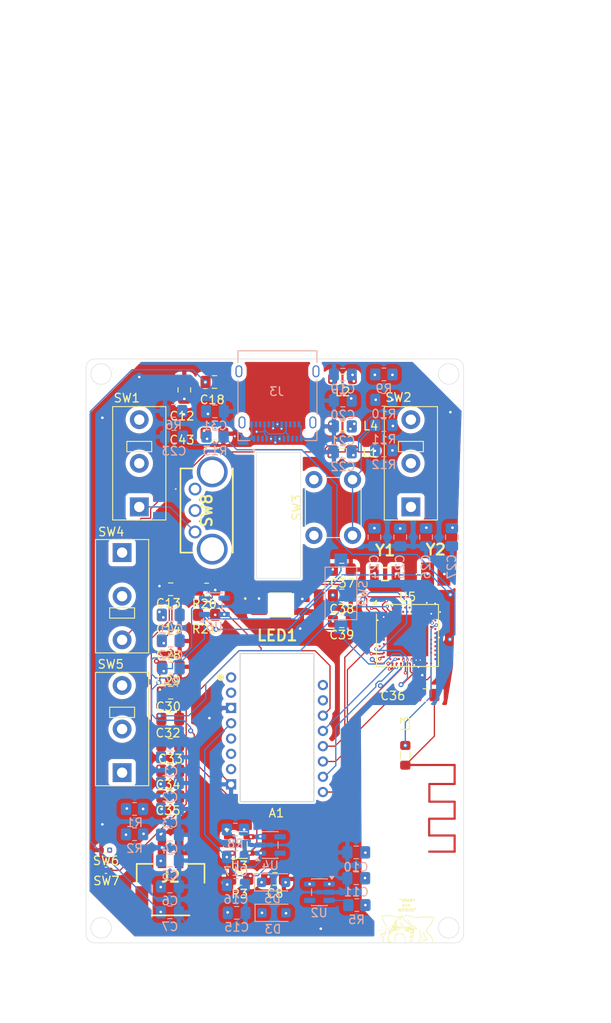
<source format=kicad_pcb>
(kicad_pcb (version 20241229) (generator "pcbnew") (generator_version "9.0")
  (layers (0 "F.Cu" signal) (4 "In1.Cu" signal) (6 "In2.Cu" signal) (2 "B.Cu" signal) (13 "F.Paste" user) (15 "B.Paste" user) (5 "F.SilkS" user "F.Silkscreen") (7 "B.SilkS" user "B.Silkscreen") (1 "F.Mask" user) (3 "B.Mask" user) (25 "Edge.Cuts" user))
  (net 0 "")
  (net 1 "+3.3V")
  (net 2 "MISO")
  (net 3 "MOTION")
  (net 4 "MOSI")
  (net 6 "MSNCS")
  (net 7 "Net-(A1-VDDREG)")
  (net 9 "GND")
  (net 10 "NRESET")
  (net 13 "VDD_1.9V")
  (net 14 "SCLK")
  (net 15 "Net-(A1-LED_P)")
  (net 16 "Net-(AE1-A)")
  (net 17 "+BATT")
  (net 18 "VDDW1")
  (net 19 "Net-(D3-K)")
  (net 20 "Switch1")
  (net 21 "Switch2")
  (net 22 "Switch3")
  (net 23 "Switch4")
  (net 24 "Switch5")
  (net 25 "C1-1")
  (net 26 "C1-2")
  (net 27 "C2-1")
  (net 28 "C2-2")
  (net 29 "Net-(U5-DEC1)")
  (net 30 "VBUS")
  (net 31 "Net-(J3-SHIELD)")
  (net 32 "RFDEC4")
  (net 33 "Net-(U5-DEC2)")
  (net 34 "Net-(U5-DEC3)")
  (net 35 "RFANT")
  (net 36 "Net-(U5-DEC5)")
  (net 37 "+5V")
  (net 38 "D-")
  (net 39 "D+")
  (net 40 "Net-(J3-CC1)")
  (net 41 "RFDCC")
  (net 42 "Net-(L1-Pad2)")
  (net 43 "DCCH")
  (net 44 "LED")
  (net 46 "Net-(U3-PROG)")
  (net 47 "Net-(U6-EN)")
  (net 48 "Net-(U2-EN)")
  (net 49 "Net-(U4-EN)")
  (net 50 "Net-(SW1-B)")
  (net 51 "Net-(SW2-B)")
  (net 52 "Net-(SW3-B)")
  (net 53 "Net-(SW4-B)")
  (net 54 "Net-(SW5-B)")
  (net 55 "RESET")
  (net 56 "RECW")
  (net 57 "RECCW")
  (net 98 "Net-(SW9-B)")
  (footprint "Capacitor_SMD:C_0805_2012Metric_Pad1.18x1.45mm_HandSolder" (layer "F.Cu") (at 133.9 105.1)
    (property "Reference" "C39")
    (property "Value" "4.7μF")
  )
  (footprint "Button_Switch_THT:SW_PUSH_6mm" (layer "F.Cu") (at 130.65 95.1 90)
    (property "Reference" "SW3")
    (property "Value" "SW_SPST")
  )
  (footprint "Capacitor_SMD:C_0805_2012Metric_Pad1.18x1.45mm_HandSolder" (layer "F.Cu") (at 113.9625 113.41)
    (property "Reference" "C30")
    (property "Value" "1μF")
  )
  (footprint "Resistor_SMD:R_0805_2012Metric_Pad1.20x1.40mm_HandSolder" (layer "F.Cu") (at 118.15 104.35)
    (property "Reference" "R21")
    (property "Value" "10kΩ")
  )
  (footprint "custom:SW_Tactile_SPDT_Omron_D2F" (layer "F.Cu") (at 108.3 97.1)
    (property "Reference" "SW4")
    (property "Value" "SW_SPST")
  )
  (footprint "Capacitor_SMD:C_0805_2012Metric_Pad1.18x1.45mm_HandSolder" (layer "F.Cu") (at 119.0625 77.23)
    (property "Reference" "C18")
    (property "Value" "10μF")
  )
  (footprint "Inductor_SMD:L_0805_2012Metric_Pad1.05x1.20mm_HandSolder" (layer "F.Cu") (at 133.9 85.5)
    (property "Reference" "L1")
    (property "Value" "10μH")
  )
  (footprint "Inductor_SMD:L_0805_2012Metric_Pad1.05x1.20mm_HandSolder" (layer "F.Cu") (at 141.3 120.7082 -90)
    (property "Reference" "L3")
    (property "Value" "3.3nH")
  )
  (footprint "Capacitor_SMD:C_0805_2012Metric_Pad1.18x1.45mm_HandSolder" (layer "F.Cu") (at 133.9 99.08)
    (property "Reference" "C37")
    (property "Value" "N.C.")
  )
  (footprint "custom:JSTPH2PINSMTRIGHTANGLECONNECTOR" (layer "F.Cu") (at 113.95 136.35)
    (property "Reference" "J2")
    (property "Value" "JSTPH" (hide yes))
  )
  (footprint "Package_TO_SOT_SMD:SOT-23-5" (layer "F.Cu") (at 121.9625 131.15)
    (property "Reference" "U3")
    (property "Value" "MCP73831-2-OT")
  )
  (footprint "Capacitor_SMD:C_0805_2012Metric_Pad1.18x1.45mm_HandSolder" (layer "F.Cu") (at 133.9 102.09)
    (property "Reference" "C38")
    (property "Value" "100nF")
  )
  (footprint "Capacitor_SMD:C_0805_2012Metric_Pad1.18x1.45mm_HandSolder" (layer "F.Cu") (at 126.1125 135.1)
    (property "Reference" "C8")
    (property "Value" "10μF")
  )
  (footprint "Capacitor_SMD:C_0402_1005Metric" (layer "F.Cu") (at 106.37 131.75)
    (property "Reference" "SW6")
    (property "Value" "SW_SPST")
  )
  (footprint "Package_DFN_QFN:Nordic_AQFN-73-1EP_7x7mm_P0.5mm" (layer "F.Cu") (at 141.55 106.75)
    (property "Reference" "U5")
    (property "Value" "nRF52840")
  )
  (footprint "custom:PAW3395" (layer "F.Cu") (at 121 111.635)
    (property "Reference" "A1")
    (property "Value" "~")
    (fp_line (start 1.05 -2.78) (end 1.05 14.48) (stroke (width 0.12)) (layer "Edge.Cuts"))
    (fp_line (start 1.05 -2.78) (end 9.65 -2.78) (stroke (width 0.12)) (layer "Edge.Cuts"))
    (fp_line (start 1.05 14.48) (end 9.65 14.48) (stroke (width 0.12)) (layer "Edge.Cuts"))
    (fp_line (start 9.65 -2.78) (end 9.65 14.48) (stroke (width 0.12)) (layer "Edge.Cuts"))
  )
  (footprint "custom:ABM8A32000MHZD2YT3" (layer "F.Cu") (at 144.85 99.6)
    (property "Reference" "Y2")
    (property "Value" "32 Hz" (hide yes))
  )
  (footprint "custom:FC135327680KAA" (layer "F.Cu") (at 138.95 99.6)
    (property "Reference" "Y1")
    (property "Value" "32.768 Hz" (hide yes))
  )
  (footprint "Capacitor_SMD:C_0805_2012Metric_Pad1.18x1.45mm_HandSolder" (layer "F.Cu") (at 119.0625 83.25)
    (property "Reference" "C43")
    (property "Value" "10μF")
  )
  (footprint "Capacitor_SMD:C_0805_2012Metric_Pad1.18x1.45mm_HandSolder" (layer "F.Cu") (at 113.9125 119.49)
    (property "Reference" "C33")
    (property "Value" "N.C.")
  )
  (footprint "custom:EC10E1220503" (layer "F.Cu") (at 116.8 89.7 -90)
    (property "Reference" "SW8")
    (property "Value" "RotaryEncoder" (hide yes))
  )
  (footprint "custom:SW_Tactile_SPDT_Omron_D2F" (layer "F.Cu") (at 141.95 91.78 180)
    (property "Reference" "SW2")
    (property "Value" "SW_SPST")
  )
  (footprint "Capacitor_SMD:C_0805_2012Metric_Pad1.18x1.45mm_HandSolder" (layer "F.Cu") (at 113.9125 122.5)
    (property "Reference" "C34")
    (property "Value" "100pF")
  )
  (footprint "Resistor_SMD:R_0805_2012Metric_Pad1.20x1.40mm_HandSolder" (layer "F.Cu") (at 122 135.1)
    (property "Reference" "R3")
    (property "Value" "2kΩ")
  )
  (footprint "Inductor_SMD:L_0805_2012Metric_Pad1.05x1.20mm_HandSolder" (layer "F.Cu") (at 133.98 82.375)
    (property "Reference" "L4")
    (property "Value" "10μH")
  )
  (footprint "Inductor_SMD:L_0805_2012Metric_Pad1.05x1.20mm_HandSolder" (layer "F.Cu") (at 133.98 76.875)
    (property "Reference" "L2")
    (property "Value" "15nH")
  )
  (footprint "Capacitor_SMD:C_0805_2012Metric_Pad1.18x1.45mm_HandSolder" (layer "F.Cu") (at 113.9125 125.51)
    (property "Reference" "C35")
    (property "Value" "0.8pF")
  )
  (footprint "Capacitor_SMD:C_0805_2012Metric_Pad1.18x1.45mm_HandSolder" (layer "F.Cu") (at 113.9625 101.37)
    (property "Reference" "C13")
    (property "Value" "100nF")
  )
  (footprint "Capacitor_SMD:C_0805_2012Metric_Pad1.18x1.45mm_HandSolder" (layer "F.Cu") (at 143.65 113.7 180)
    (property "Reference" "C36")
    (property "Value" "0.5pF")
  )
  (footprint "Capacitor_SMD:C_0805_2012Metric_Pad1.18x1.45mm_HandSolder" (layer "F.Cu") (at 113.9125 116.48)
    (property "Reference" "C32")
    (property "Value" "1μF")
  )
  (footprint "Capacitor_SMD:C_0805_2012Metric_Pad1.18x1.45mm_HandSolder" (layer "F.Cu") (at 113.9625 104.38)
    (property "Reference" "C14")
    (property "Value" "100nF")
  )
  (footprint "Capacitor_SMD:C_0402_1005Metric" (layer "F.Cu") (at 106.42 134.1)
    (property "Reference" "SW7")
    (property "Value" "SW_SPST")
  )
  (footprint "Resistor_SMD:R_0805_2012Metric_Pad1.20x1.40mm_HandSolder" (layer "F.Cu") (at 118.15 101.4)
    (property "Reference" "R20")
    (property "Value" "10kΩ")
  )
  (footprint "Capacitor_SMD:C_0805_2012Metric_Pad1.18x1.45mm_HandSolder" (layer "F.Cu") (at 115.55 78.15 90)
    (property "Reference" "C12")
    (property "Value" "10μF")
  )
  (footprint "Capacitor_SMD:C_0805_2012Metric_Pad1.18x1.45mm_HandSolder" (layer "F.Cu") (at 113.9625 110.4)
    (property "Reference" "C29")
    (property "Value" "4.7μF")
  )
  (footprint "Capacitor_SMD:C_0805_2012Metric_Pad1.18x1.45mm_HandSolder" (layer "F.Cu") (at 113.9625 107.39)
    (property "Reference" "C28")
    (property "Value" "100nF")
  )
  (footprint "custom:SW_Tactile_SPDT_Omron_D2F" (layer "F.Cu") (at 110.3 91.78 180)
    (property "Reference" "SW1")
    (property "Value" "SW_SPST")
  )
  (footprint "custom:SK6812MINIE" (layer "F.Cu") (at 126.75 103.2)
    (property "Reference" "LED1")
    (property "Value" "SK6812MINI-E" (hide yes))
  )
  (footprint "custom:LOGO" (layer "F.Cu") (at 141.65 139.075)
    (property "Reference" "G***" (hide yes))
    (property "Value" "LOGO" (hide yes))
  )
  (footprint "custom:SW_Tactile_SPDT_Omron_D2F" (layer "F.Cu") (at 108.3 122.73 180)
    (property "Reference" "SW5")
    (property "Value" "SW_SPST")
  )
  (footprint "Capacitor_SMD:C_0805_2012Metric_Pad1.18x1.45mm_HandSolder" (layer "B.Cu") (at 113.87 126.95)
    (property "Reference" "C3")
    (property "Value" "10μF")
  )
  (footprint "Capacitor_SMD:C_0805_2012Metric_Pad1.18x1.45mm_HandSolder" (layer "B.Cu") (at 134.02 85.41)
    (property "Reference" "C22")
    (property "Value" "100nF")
  )
  (footprint "Button_Switch_SMD:SW_SPST_CK_RS282G05A3" (layer "B.Cu") (at 133.8 101.85 90)
    (property "Reference" "SW9")
    (property "Value" "SW_SPST")
  )
  (footprint "Capacitor_SMD:C_0805_2012Metric_Pad1.18x1.45mm_HandSolder" (layer "B.Cu") (at 113.87 129.96)
    (property "Reference" "C4")
    (property "Value" "100nF")
  )
  (footprint "Resistor_SMD:R_0805_2012Metric_Pad1.20x1.40mm_HandSolder" (layer "B.Cu") (at 138.8 79.3)
    (property "Reference" "R10")
    (property "Value" "10kΩ")
  )
  (footprint "Capacitor_SMD:C_0805_2012Metric_Pad1.18x1.45mm_HandSolder" (layer "B.Cu") (at 113.87 135.98)
    (property "Reference" "C6")
    (property "Value" "10μF")
  )
  (footprint "Capacitor_SMD:C_0805_2012Metric_Pad1.18x1.45mm_HandSolder" (layer "B.Cu") (at 119.1125 80.65)
    (property "Reference" "C31")
    (property "Value" "100nF")
  )
  (footprint "Capacitor_SMD:C_0805_2012Metric_Pad1.18x1.45mm_HandSolder" (layer "B.Cu") (at 121.55 132.55)
    (property "Reference" "C17")
    (property "Value" "1μF")
  )
  (footprint "Capacitor_SMD:C_0805_2012Metric_Pad1.18x1.45mm_HandSolder" (layer "B.Cu") (at 113.97 104.34)
    (property "Reference" "C41")
    (property "Value" "10μF")
  )
  (footprint "Capacitor_SMD:C_0805_2012Metric_Pad1.18x1.45mm_HandSolder" (layer "B.Cu") (at 135.5875 135.02 180)
    (property "Reference" "C11")
    (property "Value" "1μF")
  )
  (footprint "Resistor_SMD:R_0805_2012Metric_Pad1.20x1.40mm_HandSolder" (layer "B.Cu") (at 135.65 138.15 180)
    (property "Reference" "R5")
    (property "Value" "100kΩ")
  )
  (footprint "Capacitor_SMD:C_0805_2012Metric_Pad1.18x1.45mm_HandSolder" (layer "B.Cu") (at 146.73 95.3 90)
    (property "Reference" "C27")
    (property "Value" "12pF")
  )
  (footprint "Package_TO_SOT_SMD:SOT-23-5" (layer "B.Cu") (at 131.2875 136.65 180)
    (property "Reference" "U2")
    (property "Value" "SPX3819M5-L-3-3")
  )
  (footprint "Capacitor_SMD:C_0805_2012Metric_Pad1.18x1.45mm_HandSolder" (layer "B.Cu") (at 113.87 123.94)
    (property "Reference" "C2")
    (property "Value" "100nF")
  )
  (footprint "Capacitor_SMD:C_0805_2012Metric_Pad1.18x1.45mm_HandSolder" (layer "B.Cu") (at 137.7 95.3 90)
    (property "Reference" "C24")
    (property "Value" "12pF")
  )
  (footprint "Capacitor_SMD:C_0805_2012Metric_Pad1.18x1.45mm_HandSolder" (layer "B.Cu") (at 113.97 107.35)
    (property "Reference" "C42")
    (property "Value" "1μF")
  )
  (footprint "Resistor_SMD:R_0805_2012Metric_Pad1.20x1.40mm_HandSolder" (layer "B.Cu") (at 138.8 82.25)
    (property "Reference" "R11")
    (property "Value" "10kΩ")
  )
  (footprint "Capacitor_SMD:C_0805_2012Metric_Pad1.18x1.45mm_HandSolder" (layer "B.Cu") (at 121.5625 135.8)
    (property "Reference" "C16")
    (property "Value" "10μF")
  )
  (footprint "Resistor_SMD:R_0805_2012Metric_Pad1.20x1.40mm_HandSolder" (layer "B.Cu") (at 121.5 129.35)
    (property "Reference" "R8")
    (property "Value" "100kΩ")
  )
  (footprint "Resistor_SMD:R_0805_2012Metric_Pad1.20x1.40mm_HandSolder" (layer "B.Cu") (at 114.3 80.6)
    (property "Reference" "R6")
    (property "Value" "5.1kΩ")
  )
  (footprint "Capacitor_SMD:C_0805_2012Metric_Pad1.18x1.45mm_HandSolder" (layer "B.Cu") (at 143.72 95.3 90)
    (property "Reference" "C26")
    (property "Value" "12pF")
  )
  (footprint "custom:AMPHENOL_12401598E4_2A" (layer "B.Cu") (at 126.4 83.19)
    (property "Reference" "J3")
    (property "Value" "USB_C_Receptacle_USB2.0_14P")
    (fp_line (start 3.45 0.325) (end 3.75 0.325) (stroke (width 0.01)) (layer "Edge.Cuts"))
    (fp_line (start 3.75 -0.325) (end 3.45 -0.325) (stroke (width 0.01)) (layer "Edge.Cuts"))
    (fp_arc (start 3.125 0) (mid 3.22019 -0.22981) (end 3.45 -0.325) (stroke (width 0.01)) (layer "Edge.Cuts"))
    (fp_arc (start 3.45 0.325) (mid 3.22019 0.22981) (end 3.125 0) (stroke (width 0.01)) (layer "Edge.Cuts"))
    (fp_arc (start 3.75 -0.325) (mid 3.97981 -0.22981) (end 4.075 0) (stroke (width 0.01)) (layer "Edge.Cuts"))
    (fp_arc (start 4.075 0) (mid 3.97981 0.22981) (end 3.75 0.325) (stroke (width 0.01)) (layer "Edge.Cuts"))
  )
  (footprint "Capacitor_SMD:C_0805_2012Metric_Pad1.18x1.45mm_HandSolder" (layer "B.Cu") (at 113.87 120.93)
    (property "Reference" "C1")
    (property "Value" "4.7μF")
  )
  (footprint "Resistor_SMD:R_0805_2012Metric_Pad1.20x1.40mm_HandSolder" (layer "B.Cu") (at 114 110.6)
    (property "Reference" "R4")
    (property "Value" "100kΩ")
  )
  (footprint "Resistor_SMD:R_0805_2012Metric_Pad1.20x1.40mm_HandSolder" (layer "B.Cu") (at 109.75 129.9)
    (property "Reference" "R2")
    (property "Value" "5.6Ω")
  )
  (footprint "Capacitor_SMD:C_0805_2012Metric_Pad1.18x1.45mm_HandSolder" (layer "B.Cu") (at 113.87 132.97)
    (property "Reference" "C5")
    (property "Value" "100nF")
  )
  (footprint "Package_TO_SOT_SMD:SOT-23-5" (layer "B.Cu") (at 125.5625 131.15)
    (property "Reference" "U4")
    (property "Value" "TLV70019_SOT23-5")
  )
  (footprint "Capacitor_SMD:C_0805_2012Metric_Pad1.18x1.45mm_HandSolder" (layer "B.Cu") (at 114.35 83.6)
    (property "Reference" "C23")
    (property "Value" "100nF")
  )
  (footprint "Capacitor_SMD:C_0805_2012Metric_Pad1.18x1.45mm_HandSolder" (layer "B.Cu") (at 140.71 95.3 90)
    (property "Reference" "C25")
    (property "Value" "12pF")
  )
  (footprint "Capacitor_SMD:C_0805_2012Metric_Pad1.18x1.45mm_HandSolder" (layer "B.Cu") (at 134.02 76.38)
    (property "Reference" "C19")
    (property "Value" "100nF")
  )
  (footprint "Resistor_SMD:R_0805_2012Metric_Pad1.20x1.40mm_HandSolder" (layer "B.Cu") (at 109.75 126.95)
    (property "Reference" "R1")
    (property "Value" "10kΩ")
  )
  (footprint "Package_TO_SOT_SMD:SOT-23-5" (layer "B.Cu") (at 119.05 103.35)
    (property "Reference" "U6")
    (property "Value" "SPX3819M5-L-5-0")
  )
  (footprint "Resistor_SMD:R_0805_2012Metric_Pad1.20x1.40mm_HandSolder" (layer "B.Cu") (at 138.8 76.35)
    (property "Reference" "R9")
    (property "Value" "10kΩ")
  )
  (footprint "Capacitor_SMD:C_0805_2012Metric_Pad1.18x1.45mm_HandSolder" (layer "B.Cu") (at 135.5875 132.01 180)
    (property "Reference" "C10")
    (property "Value" "10μF")
  )
  (footprint "Capacitor_SMD:C_0805_2012Metric_Pad1.18x1.45mm_HandSolder" (layer "B.Cu") (at 134.02 79.39)
    (property "Reference" "C20")
    (property "Value" "100nF")
  )
  (footprint "Diode_SMD:D_SOD-123F" (layer "B.Cu") (at 125.95 135.5)
    (property "Reference" "D5")
    (property "Value" "MBR1020VL")
  )
  (footprint "Capacitor_SMD:C_0805_2012Metric_Pad1.18x1.45mm_HandSolder" (layer "B.Cu") (at 121.65 139.05)
    (property "Reference" "C15")
    (property "Value" "10μF")
  )
  (footprint "Resistor_SMD:R_0805_2012Metric_Pad1.20x1.40mm_HandSolder" (layer "B.Cu") (at 138.8 85.2)
    (property "Reference" "R12")
    (property "Value" "10kΩ")
  )
  (footprint "Capacitor_SMD:C_0805_2012Metric_Pad1.18x1.45mm_HandSolder" (layer "B.Cu") (at 113.87 138.99)
    (property "Reference" "C7")
    (property "Value" "33uF")
  )
  (footprint "Resistor_SMD:R_0805_2012Metric_Pad1.20x1.40mm_HandSolder" (layer "B.Cu") (at 119.13 83.6)
    (property "Reference" "R13")
    (property "Value" "10kΩ")
  )
  (footprint "Diode_SMD:D_SOD-123F" (layer "B.Cu") (at 126 139.05)
    (property "Reference" "D3")
    (property "Value" "MBR1020VL")
  )
  (footprint "Capacitor_SMD:C_0805_2012Metric_Pad1.18x1.45mm_HandSolder" (layer "B.Cu") (at 134.02 82.4)
    (property "Reference" "C21")
    (property "Value" "100nF")
  )
  (gr_circle (center 146.35 76.3) (end 146.35 75.1) (stroke (width 0.05)) (fill no) (layer "Edge.Cuts"))
  (gr_line (start 104.1 75.55) (end 104.1 141.55) (stroke (width 0.05)) (layer "Edge.Cuts"))
  (gr_arc (start 147.1 74.55) (mid 147.807107 74.842893) (end 148.1 75.55) (stroke (width 0.05)) (layer "Edge.Cuts"))
  (gr_circle (center 146.35 140.8) (end 146.35 139.6) (stroke (width 0.05)) (fill no) (layer "Edge.Cuts"))
  (gr_circle (center 105.85 140.8) (end 105.85 139.6) (stroke (width 0.05)) (fill no) (layer "Edge.Cuts"))
  (gr_line (start 105.1 142.55) (end 147.1 142.55) (stroke (width 0.05)) (layer "Edge.Cuts"))
  (gr_arc (start 104.1 75.55) (mid 104.392893 74.842893) (end 105.1 74.55) (stroke (width 0.05)) (layer "Edge.Cuts"))
  (gr_rect (start 123.95 85.45) (end 129.1 100.1) (stroke (width 0.05)) (fill no) (layer "Edge.Cuts"))
  (gr_circle (center 105.85 76.3) (end 105.85 75.1) (stroke (width 0.05)) (fill no) (layer "Edge.Cuts"))
  (gr_line (start 147.1 74.55) (end 105.1 74.55) (stroke (width 0.05)) (layer "Edge.Cuts"))
  (gr_arc (start 105.1 142.55) (mid 104.392893 142.257107) (end 104.1 141.55) (stroke (width 0.05)) (layer "Edge.Cuts"))
  (gr_arc (start 148.1 141.55) (mid 147.807107 142.257107) (end 147.1 142.55) (stroke (width 0.05)) (layer "Edge.Cuts"))
  (gr_line (start 148.1 141.55) (end 148.1 75.55) (stroke (width 0.05)) (layer "Edge.Cuts"))
  (via blind (at 115.55 79.2) (size 0.6) (drill 0.3) (layers "F.Cu" "In2.Cu") (net 1))
  (via blind (at 119.15 101.45) (size 0.6) (drill 0.3) (layers "F.Cu" "In2.Cu") (net 1))
  (via blind (at 119.15 104.35) (size 0.6) (drill 0.3) (layers "F.Cu" "In2.Cu") (net 1))
  (segment (start 110.3 91.78) (end 113.88 91.78) (width 0.15) (layer "B.Cu") (net 1))
  (segment (start 113.88 91.78) (end 116.8 94.7) (width 0.15) (layer "B.Cu") (net 1))
  (via blind (at 136.65 132.05) (size 0.6) (drill 0.3) (layers "In2.Cu" "B.Cu") (net 1))
  (via blind (at 112.8 129.9) (size 0.6) (drill 0.3) (layers "In2.Cu" "B.Cu") (net 1))
  (via blind (at 108.85 126.9) (size 0.6) (drill 0.3) (layers "In2.Cu" "B.Cu") (net 1))
  (via blind (at 136.6 135) (size 0.6) (drill 0.3) (layers "In2.Cu" "B.Cu") (net 1))
  (via blind (at 112.9 126.95) (size 0.6) (drill 0.3) (layers "In2.Cu" "B.Cu") (net 1))
  (via blind (at 130.15 135.7) (size 0.6) (drill 0.3) (layers "In2.Cu" "B.Cu") (net 1))
  (segment (start 134.25 109.3) (end 134.25 118.5) (width 0.15) (layer "F.Cu") (net 2))
  (segment (start 133.105 119.645) (end 131.7 119.645) (width 0.15) (layer "F.Cu") (net 2))
  (segment (start 134.25 118.5) (end 133.105 119.645) (width 0.15) (layer "F.Cu") (net 2))
  (segment (start 137.05 106.5) (end 134.25 109.3) (width 0.15) (layer "F.Cu") (net 2))
  (segment (start 138.3 106.5) (end 137.05 106.5) (width 0.15) (layer "F.Cu") (net 2))
  (segment (start 140.8 110.65) (end 134.852 116.598) (width 0.15) (layer "F.Cu") (net 3))
  (segment (start 140.8 110) (end 140.8 110.65) (width 0.15) (layer "F.Cu") (net 3))
  (segment (start 134.775 124.525) (end 134.315 124.985) (width 0.15) (layer "F.Cu") (net 3))
  (segment (start 134.852 116.598) (end 134.852 120.173678) (width 0.15) (layer "F.Cu") (net 3))
  (segment (start 134.852 120.173678) (end 134.775 120.250678) (width 0.15) (layer "F.Cu") (net 3))
  (segment (start 134.315 124.985) (end 131.7 124.985) (width 0.15) (layer "F.Cu") (net 3))
  (segment (start 134.775 120.250678) (end 134.775 124.525) (width 0.15) (layer "F.Cu") (net 3))
  (segment (start 134.551 120.049) (end 133.175 121.425) (width 0.15) (layer "F.Cu") (net 4))
  (segment (start 134.551 110.749) (end 134.551 120.049) (width 0.15) (layer "F.Cu") (net 4))
  (segment (start 133.175 121.425) (end 131.7 121.425) (width 0.15) (layer "F.Cu") (net 4))
  (segment (start 138.3 107) (end 134.551 110.749) (width 0.15) (layer "F.Cu") (net 4))
  (via blind (at 110.75 126.95) (size 0.6) (drill 0.3) (layers "In1.Cu" "B.Cu") (net 4))
  (segment (start 140.125 109.525) (end 140.525 109.525) (width 0.15) (layer "F.Cu") (net 6))
  (segment (start 140.525 109.525) (end 140.55 109.5) (width 0.15) (layer "F.Cu") (net 6))
  (via blind (at 140.125 109.525) (size 0.4) (drill 0.2) (layers "F.Cu" "B.Cu") (net 6))
  (segment (start 140.065 109.5) (end 131.7 117.865) (width 0.15) (layer "B.Cu") (net 6))
  (segment (start 140.125 109.525) (end 140.1 109.5) (width 0.15) (layer "B.Cu") (net 6))
  (segment (start 140.1 109.5) (end 140.065 109.5) (width 0.15) (layer "B.Cu") (net 6))
  (via blind (at 112.85 120.9) (size 0.6) (drill 0.3) (layers "In1.Cu" "B.Cu") (net 7))
  (via blind (at 112.8 124.05) (size 0.6) (drill 0.3) (layers "In1.Cu" "B.Cu") (net 7))
  (segment (start 129.151 106.051) (end 129.05 105.95) (width 0.15) (layer "F.Cu") (net 9))
  (segment (start 144.38374 105.25) (end 143.05 105.25) (width 0.15) (layer "F.Cu") (net 9))
  (segment (start 115 104.38) (end 115 107.39) (width 0.15) (layer "F.Cu") (net 9))
  (segment (start 135.1 120.351356) (end 135.153 120.298356) (width 0.15) (layer "F.Cu") (net 9))
  (segment (start 135.153 120.298356) (end 135.153 118.547) (width 0.15) (layer "F.Cu") (net 9))
  (segment (start 135.153 118.547) (end 140 113.7) (width 0.15) (layer "F.Cu") (net 9))
  (segment (start 144.424003 105.290263) (end 144.38374 105.25) (width 0.15) (layer "F.Cu") (net 9))
  (segment (start 114.95 122.5) (end 114.95 119.49) (width 0.15) (layer "F.Cu") (net 9))
  (segment (start 139.787513 103.275) (end 139.787513 103.300034) (width 0.15) (layer "F.Cu") (net 9))
  (segment (start 135.1 127.15) (end 135.1 120.351356) (width 0.15) (layer "F.Cu") (net 9))
  (segment (start 139.787513 103.300034) (end 139.8 103.312521) (width 0.15) (layer "F.Cu") (net 9))
  (segment (start 140.05 105.25) (end 141.55 106.75) (width 0.15) (layer "F.Cu") (net 9))
  (segment (start 133.9865 106.051) (end 129.151 106.051) (width 0.15) (layer "F.Cu") (net 9))
  (segment (start 114.95 113.46) (end 115 113.41) (width 0.15) (layer "F.Cu") (net 9))
  (segment (start 115 113.41) (end 115 110.4) (width 0.15) (layer "F.Cu") (net 9))
  (segment (start 121 115.195) (end 120.205 115.195) (width 0.15) (layer "F.Cu") (net 9))
  (segment (start 134.9375 102.09) (end 134.379906 102.09) (width 0.15) (layer "F.Cu") (net 9))
  (segment (start 114.95 119.49) (end 114.95 116.48) (width 0.15) (layer "F.Cu") (net 9))
  (segment (start 140 113.7) (end 142.6125 113.7) (width 0.15) (layer "F.Cu") (net 9))
  (segment (start 139.8 103.647545) (end 140.05 103.897545) (width 0.15) (layer "F.Cu") (net 9))
  (segment (start 143.05 105.25) (end 141.55 106.75) (width 0.15) (layer "F.Cu") (net 9))
  (segment (start 134.9375 105.1) (end 133.9865 106.051) (width 0.15) (layer "F.Cu") (net 9))
  (segment (start 115 101.37) (end 115 104.38) (width 0.15) (layer "F.Cu") (net 9))
  (segment (start 129.25 103.95) (end 129.25 105.75) (width 0.15) (layer "F.Cu") (net 9))
  (segment (start 140.05 104) (end 140.05 105.25) (width 0.15) (layer "F.Cu") (net 9))
  (segment (start 144.424003 105.290263) (end 144.340263 105.290263) (width 0.15) (layer "F.Cu") (net 9))
  (segment (start 134.379906 102.09) (end 130.519906 105.95) (width 0.15) (layer "F.Cu") (net 9))
  (segment (start 144.340263 105.290263) (end 144.3 105.25) (width 0.15) (layer "F.Cu") (net 9))
  (segment (start 130.519906 105.95) (end 129.05 105.95) (width 0.15) (layer "F.Cu") (net 9))
  (segment (start 119.7 122.795) (end 121 124.095) (width 0.15) (layer "F.Cu") (net 9))
  (segment (start 139.8 103.312521) (end 139.8 103.647545) (width 0.15) (layer "F.Cu") (net 9))
  (segment (start 127.15 135.1) (end 135.1 127.15) (width 0.15) (layer "F.Cu") (net 9))
  (segment (start 140.05 103.897545) (end 140.05 104) (width 0.15) (layer "F.Cu") (net 9))
  (segment (start 129.25 105.75) (end 129.05 105.95) (width 0.15) (layer "F.Cu") (net 9))
  (segment (start 119.7 115.7) (end 119.7 122.795) (width 0.15) (layer "F.Cu") (net 9))
  (segment (start 120.205 115.195) (end 119.7 115.7) (width 0.15) (layer "F.Cu") (net 9))
  (segment (start 114.95 125.51) (end 114.95 122.5) (width 0.15) (layer "F.Cu") (net 9))
  (segment (start 114.95 116.48) (end 114.95 113.46) (width 0.15) (layer "F.Cu") (net 9))
  (via (at 146.55 80.75) (size 1) (drill 0.3) (layers "F.Cu" "B.Cu") (net 9))
  (via (at 129.05 105.95) (size 1) (drill 0.3) (layers "F.Cu" "B.Cu") (net 9))
  (via (at 131.45 140.9) (size 1) (drill 0.3) (layers "F.Cu" "B.Cu") (net 9))
  (via (at 106 128.75) (size 1) (drill 0.3) (layers "F.Cu" "B.Cu") (net 9))
  (via blind (at 139.787513 103.275) (size 0.4) (drill 0.2) (layers "F.Cu" "B.Cu") (net 9))
  (via (at 106 81.4) (size 1) (drill 0.3) (layers "F.Cu" "B.Cu") (net 9))
  (via (at 118.475 116.375) (size 0.6) (drill 0.3) (layers "F.Cu" "B.Cu") (net 9))
  (via (at 110.3 76.65) (size 1) (drill 0.3) (layers "F.Cu" "B.Cu") (net 9))
  (via blind (at 144.424003 105.290263) (size 0.4) (drill 0.2) (layers "F.Cu" "B.Cu") (net 9))
  (segment (start 123.4 82.15) (end 123.4 83.6) (width 0.15) (layer "B.Cu") (net 9))
  (segment (start 118.801 102.090098) (end 118.040902 101.33) (width 0.15) (layer "B.Cu") (net 9))
  (segment (start 118.801 102.709902) (end 118.801 102.090098) (width 0.15) (layer "B.Cu") (net 9))
  (segment (start 115.0075 107.35) (end 115.0075 104.34) (width 0.15) (layer "B.Cu") (net 9))
  (segment (start 118.160902 103.35) (end 118.801 102.709902) (width 0.15) (layer "B.Cu") (net 9))
  (segment (start 134.55 129) (end 132.8 127.25) (width 0.15) (layer "B.Cu") (net 9))
  (segment (start 129.15 82.4) (end 129.15 83.85) (width 0.15) (layer "B.Cu") (net 9))
  (segment (start 123.9875 131.15) (end 124.425 131.15) (width 0.15) (layer "B.Cu") (net 9))
  (segment (start 132.8 127.25) (end 122.65 127.25) (width 0.15) (layer "B.Cu") (net 9))
  (segment (start 119.655 115.195) (end 118.475 116.375) (width 0.15) (layer "B.Cu") (net 9))
  (segment (start 122.6 135.8) (end 122.6 138.9625) (width 0.15) (layer "B.Cu") (net 9))
  (segment (start 121 125.6) (end 121 124.095) (width 0.15) (layer "B.Cu") (net 9))
  (segment (start 122.5875 132.55) (end 123.9875 131.15) (width 0.15) (layer "B.Cu") (net 9))
  (segment (start 123.65 83.85) (end 122.625 83.85) (width 0.15) (layer "B.Cu") (net 9))
  (segment (start 122.65 127.25) (end 121 125.6) (width 0.15) (layer "B.Cu") (net 9))
  (segment (start 121 115.195) (end 119.655 115.195) (width 0.15) (layer "B.Cu") (net 9))
  (segment (start 114.9075 139.3325) (end 114.9075 138.99) (width 0.15) (layer "B.Cu") (net 9))
  (segment (start 129.15 83.85) (end 131.4225 83.85) (width 0.15) (layer "B.Cu") (net 9))
  (segment (start 124.425 131.15) (end 132.4 131.15) (width 0.15) (layer "B.Cu") (net 9))
  (segment (start 122.625 83.85) (end 120.15 81.375) (width 0.15) (layer "B.Cu") (net 9))
  (segment (start 122.6 138.9625) (end 122.6875 139.05) (width 0.15) (layer "B.Cu") (net 9))
  (segment (start 122.6875 139.05) (end 121.0625 140.675) (width 0.15) (layer "B.Cu") (net 9))
  (segment (start 132.4 131.15) (end 134.55 129) (width 0.15) (layer "B.Cu") (net 9))
  (segment (start 131.4225 83.85) (end 132.9825 85.41) (width 0.15) (layer "B.Cu") (net 9))
  (segment (start 128.9 82.15) (end 129.15 82.4) (width 0.15) (layer "B.Cu") (net 9))
  (segment (start 120.15 81.375) (end 120.15 80.65) (width 0.15) (layer "B.Cu") (net 9))
  (segment (start 121.0625 140.675) (end 116.25 140.675) (width 0.15) (layer "B.Cu") (net 9))
  (segment (start 118.040902 101.33) (end 115.0075 101.33) (width 0.15) (layer "B.Cu") (net 9))
  (segment (start 123.4 83.6) (end 123.65 83.85) (width 0.15) (layer "B.Cu") (net 9))
  (segment (start 116.25 140.675) (end 114.9075 139.3325) (width 0.15) (layer "B.Cu") (net 9))
  (segment (start 117.9125 103.35) (end 118.160902 103.35) (width 0.15) (layer "B.Cu") (net 9))
  (segment (start 115.0075 104.34) (end 115.0075 101.33) (width 0.15) (layer "B.Cu") (net 9))
  (segment (start 124.5 108.219906) (end 118.606094 102.326) (width 0.15) (layer "F.Cu") (net 10))
  (segment (start 108.05 134.1) (end 106.9 134.1) (width 0.15) (layer "F.Cu") (net 10))
  (segment (start 132.526 110.269966) (end 130.785034 108.529) (width 0.15) (layer "F.Cu") (net 10))
  (segment (start 118.076 102.326) (end 117.15 101.4) (width 0.15) (layer "F.Cu") (net 10))
  (segment (start 118.606094 102.326) (end 118.076 102.326) (width 0.15) (layer "F.Cu") (net 10))
  (segment (start 124.5 108.529) (end 124.5 108.219906) (width 0.15) (layer "F.Cu") (net 10))
  (segment (start 130.785034 108.529) (end 124.5 108.529) (width 0.15) (layer "F.Cu") (net 10))
  (segment (start 132.526 115.259) (end 132.526 110.269966) (width 0.15) (layer "F.Cu") (net 10))
  (segment (start 124.5 108.529) (end 121.914966 108.529) (width 0.15) (layer "F.Cu") (net 10))
  (segment (start 115.7635 114.680466) (end 115.7635 126.3865) (width 0.15) (layer "F.Cu") (net 10))
  (segment (start 131.7 116.085) (end 132.526 115.259) (width 0.15) (layer "F.Cu") (net 10))
  (segment (start 121.914966 108.529) (end 115.7635 114.680466) (width 0.15) (layer "F.Cu") (net 10))
  (segment (start 115.7635 126.3865) (end 108.05 134.1) (width 0.15) (layer "F.Cu") (net 10))
  (via blind (at 118 77.25) (size 0.6) (drill 0.3) (layers "F.Cu" "B.Cu") (net 13))
  (segment (start 120.5 132.55) (end 120.5 133.454) (width 0.15) (layer "B.Cu") (net 13))
  (segment (start 118 77.25) (end 116.55 75.8) (width 0.15) (layer "B.Cu") (net 13))
  (segment (start 117.925 120.05) (end 121 116.975) (width 0.15) (layer "B.Cu") (net 13))
  (segment (start 124.125 134.725) (end 126.75 132.1) (width 0.15) (layer "B.Cu") (net 13))
  (segment (start 109.45 75.8) (end 104.6 80.65) (width 0.15) (layer "B.Cu") (net 13))
  (segment (start 117.925 129.975) (end 117.925 120.05) (width 0.15) (layer "B.Cu") (net 13))
  (segment (start 120.5 132.55) (end 117.925 129.975) (width 0.15) (layer "B.Cu") (net 13))
  (segment (start 104.6 130.7575) (end 112.8325 138.99) (width 0.15) (layer "B.Cu") (net 13))
  (segment (start 104.6 80.65) (end 104.6 130.7575) (width 0.15) (layer "B.Cu") (net 13))
  (segment (start 116.55 75.8) (end 109.45 75.8) (width 0.15) (layer "B.Cu") (net 13))
  (segment (start 120.5 133.454) (end 121.771 134.725) (width 0.15) (layer "B.Cu") (net 13))
  (segment (start 121.771 134.725) (end 124.125 134.725) (width 0.15) (layer "B.Cu") (net 13))
  (via blind (at 120.5 132.55) (size 0.6) (drill 0.3) (layers "In1.Cu" "B.Cu") (net 13))
  (via blind (at 112.8 133) (size 0.6) (drill 0.3) (layers "In1.Cu" "B.Cu") (net 13))
  (via blind (at 108.75 129.95) (size 0.6) (drill 0.3) (layers "In1.Cu" "B.Cu") (net 13))
  (via blind (at 120.55 135.75) (size 0.6) (drill 0.3) (layers "In1.Cu" "B.Cu") (net 13))
  (via blind (at 112.8 138.95) (size 0.6) (drill 0.3) (layers "In1.Cu" "B.Cu") (net 13))
  (via blind (at 112.8 136.05) (size 0.6) (drill 0.3) (layers "In1.Cu" "B.Cu") (net 13))
  (segment (start 140.265552 110.483406) (end 140.25 110.467854) (width 0.15) (layer "F.Cu") (net 14))
  (segment (start 140.25 110.467854) (end 140.25 110.05) (width 0.15) (layer "F.Cu") (net 14))
  (segment (start 140.25 110.05) (end 140.3 110) (width 0.15) (layer "F.Cu") (net 14))
  (via blind (at 140.265552 110.483406) (size 0.4) (drill 0.2) (layers "F.Cu" "B.Cu") (net 14))
  (segment (start 131.895 123.205) (end 131.7 123.205) (width 0.15) (layer "B.Cu") (net 14))
  (segment (start 133.2 121.9) (end 131.895 123.205) (width 0.15) (layer "B.Cu") (net 14))
  (segment (start 140.249479 110.350521) (end 138.526 112.074) (width 0.15) (layer "B.Cu") (net 14))
  (segment (start 138.182123 112.074) (end 137.874 112.382123) (width 0.15) (layer "B.Cu") (net 14))
  (segment (start 137.874 112.726) (end 133.2 117.4) (width 0.15) (layer "B.Cu") (net 14))
  (segment (start 138.526 112.074) (end 138.182123 112.074) (width 0.15) (layer "B.Cu") (net 14))
  (segment (start 137.874 112.382123) (end 137.874 112.726) (width 0.15) (layer "B.Cu") (net 14))
  (segment (start 133.2 117.4) (end 133.2 121.9) (width 0.15) (layer "B.Cu") (net 14))
  (via blind (at 110.8 129.85) (size 0.6) (drill 0.3) (layers "In1.Cu" "B.Cu") (net 15))
  (segment (start 144.077795 128.0896) (end 144.077795 130.0454) (width 0.254) (layer "F.Cu") (net 16))
  (segment (start 147.046805 128.0896) (end 144.077795 128.0896) (width 0.254) (layer "F.Cu") (net 16))
  (segment (start 147.046805 126.1084) (end 147.046805 128.0896) (width 0.254) (layer "F.Cu") (net 16))
  (segment (start 147.046805 124.051) (end 144.103195 124.051) (width 0.254) (layer "F.Cu") (net 16))
  (segment (start 144.103195 124.051) (end 144.103195 126.1084) (width 0.254) (layer "F.Cu") (net 16))
  (segment (start 144.6875 118.4707) (end 144.6875 113.7) (width 0.15) (layer "F.Cu") (net 16))
  (segment (start 147.046805 126.1084) (end 144.103195 126.1084) (width 0.254) (layer "F.Cu") (net 16))
  (segment (start 147.046805 130.0454) (end 147.046805 131.925) (width 0.254) (layer "F.Cu") (net 16))
  (segment (start 141.3 121.8582) (end 144.6875 118.4707) (width 0.15) (layer "F.Cu") (net 16))
  (segment (start 147.046805 131.925) (end 144.082595 131.925) (width 0.254) (layer "F.Cu") (net 16))
  (segment (start 147.046805 130.0454) (end 144.077795 130.0454) (width 0.254) (layer "F.Cu") (net 16))
  (segment (start 147.046805 121.8332) (end 141.319595 121.8332) (width 0.254) (layer "F.Cu") (net 16))
  (segment (start 147.046805 121.8332) (end 147.046805 124.051) (width 0.254) (layer "F.Cu") (net 16))
  (segment (start 138.675 108.875) (end 138.8 108.75) (width 0.2) (layer "F.Cu") (net 17))
  (segment (start 137.35 108.875) (end 138.675 108.875) (width 0.2) (layer "F.Cu") (net 17))
  (via blind (at 112.95 131.45) (size 0.6) (drill 0.3) (layers "F.Cu" "In1.Cu") (net 17))
  (via blind (at 137.35 108.875) (size 0.4) (drill 0.2) (layers "F.Cu" "In1.Cu") (net 17))
  (via blind (at 132.85 105.1) (size 0.6) (drill 0.3) (layers "F.Cu" "In1.Cu") (net 17))
  (via blind (at 125.35 134.85) (size 0.6) (drill 0.3) (layers "F.Cu" "In1.Cu") (net 17))
  (via blind (at 121.15 132.1) (size 0.6) (drill 0.3) (layers "F.Cu" "In1.Cu") (net 17))
  (via blind (at 127.4 139.1) (size 0.6) (drill 0.3) (layers "In1.Cu" "B.Cu") (net 17))
  (segment (start 143.85 111.9) (end 142.85 111.9) (width 0.15) (layer "F.Cu") (net 18))
  (segment (start 137.875 108.325) (end 138.05 108.5) (width 0.15) (layer "F.Cu") (net 18))
  (segment (start 142.85 111.9) (end 142.175 111.225) (width 0.15) (layer "F.Cu") (net 18))
  (segment (start 141.875 110.075) (end 141.8 110) (width 0.15) (layer "F.Cu") (net 18))
  (segment (start 144.3 111.45) (end 143.85 111.9) (width 0.15) (layer "F.Cu") (net 18))
  (segment (start 144.3 110) (end 144.3 111.45) (width 0.15) (layer "F.Cu") (net 18))
  (segment (start 137.375 103.6) (end 137.9 103.6) (width 0.15) (layer "F.Cu") (net 18))
  (segment (start 140.8 112.475) (end 140.925 112.475) (width 0.15) (layer "F.Cu") (net 18))
  (segment (start 143.8 102.95) (end 143.8 103.5) (width 0.15) (layer "F.Cu") (net 18))
  (segment (start 141.875 110.925) (end 141.875 110.075) (width 0.15) (layer "F.Cu") (net 18))
  (segment (start 137.9 103.6) (end 138.3 104) (width 0.15) (layer "F.Cu") (net 18))
  (segment (start 140.925 112.475) (end 142.175 111.225) (width 0.15) (layer "F.Cu") (net 18))
  (segment (start 138.05 108.5) (end 138.3 108.5) (width 0.15) (layer "F.Cu") (net 18))
  (segment (start 141.875 110.925) (end 142.175 111.225) (width 0.15) (layer "F.Cu") (net 18))
  (via blind (at 137.875 108.325) (size 0.4) (drill 0.2) (layers "F.Cu" "B.Cu") (net 18))
  (via blind (at 132.85 102.05) (size 0.6) (drill 0.3) (layers "F.Cu" "B.Cu") (net 18))
  (via blind (at 143.8 102.95) (size 0.4) (drill 0.2) (layers "F.Cu" "In1.Cu") (net 18))
  (via blind (at 137.375 103.6) (size 0.4) (drill 0.2) (layers "F.Cu" "In1.Cu") (net 18))
  (via blind (at 112.65 101) (size 0.6) (drill 0.3) (layers "F.Cu" "In1.Cu") (net 18))
  (via blind (at 132.6 82.1) (size 0.6) (drill 0.3) (layers "F.Cu" "In2.Cu") (net 18))
  (via blind (at 112.7 113.05) (size 0.6) (drill 0.3) (layers "F.Cu" "In1.Cu") (net 18))
  (via blind (at 140.8 112.475) (size 0.6) (drill 0.3) (layers "F.Cu" "B.Cu") (net 18))
  (via blind (at 112.65 104) (size 0.6) (drill 0.3) (layers "F.Cu" "In1.Cu") (net 18))
  (segment (start 141.45 105.35) (end 141.45 102.775) (width 0.15) (layer "B.Cu") (net 18))
  (segment (start 138.3 108.5) (end 141.45 105.35) (width 0.15) (layer "B.Cu") (net 18))
  (segment (start 138.05 108.5) (end 138.3 108.5) (width 0.15) (layer "B.Cu") (net 18))
  (segment (start 140.425 101.75) (end 137.127568 101.75) (width 0.15) (layer "B.Cu") (net 18))
  (segment (start 140.7 108.5) (end 141.55 109.35) (width 0.15) (layer "B.Cu") (net 18))
  (segment (start 141.55 111.725) (end 140.8 112.475) (width 0.15) (layer "B.Cu") (net 18))
  (segment (start 138.05 108.5) (end 140.7 108.5) (width 0.15) (layer "B.Cu") (net 18))
  (segment (start 137.875 108.325) (end 138.05 108.5) (width 0.15) (layer "B.Cu") (net 18))
  (segment (start 137.127568 101.75) (end 136.347855 102.529713) (width 0.15) (layer "B.Cu") (net 18))
  (segment (start 141.55 109.35) (end 141.55 111.725) (width 0.15) (layer "B.Cu") (net 18))
  (segment (start 141.45 102.775) (end 140.425 101.75) (width 0.15) (layer "B.Cu") (net 18))
  (via blind (at 136.347855 102.529713) (size 0.6) (drill 0.3) (layers "In1.Cu" "B.Cu") (net 18))
  (segment (start 141.15 110.2) (end 141.15 109.4) (width 0.15) (layer "B.Cu") (net 19))
  (segment (start 138.75 112.6) (end 141.15 110.2) (width 0.15) (layer "B.Cu") (net 19))
  (segment (start 137.024 110.074) (end 133.8 106.85) (width 0.15) (layer "B.Cu") (net 19))
  (segment (start 133.8 106.85) (end 133.8 105.75) (width 0.15) (layer "B.Cu") (net 19))
  (segment (start 138.4 112.6) (end 138.75 112.6) (width 0.15) (layer "B.Cu") (net 19))
  (segment (start 138.676 110.074) (end 137.024 110.074) (width 0.15) (layer "B.Cu") (net 19))
  (segment (start 140.65 108.9) (end 139.85 108.9) (width 0.15) (layer "B.Cu") (net 19))
  (segment (start 141.15 109.4) (end 140.65 108.9) (width 0.15) (layer "B.Cu") (net 19))
  (segment (start 139.85 108.9) (end 138.676 110.074) (width 0.15) (layer "B.Cu") (net 19))
  (via blind (at 138.4 112.6) (size 0.6) (drill 0.3) (layers "In1.Cu" "B.Cu") (net 19))
  (via blind (at 124.55 135.5) (size 0.6) (drill 0.3) (layers "In1.Cu" "B.Cu") (net 19))
  (via blind (at 124.6 139.05) (size 0.6) (drill 0.3) (layers "In1.Cu" "B.Cu") (net 19))
  (segment (start 141.056726 109.506726) (end 141.05 109.5) (width 0.15) (layer "F.Cu") (net 20))
  (segment (start 141.056726 109.65151) (end 141.056726 109.506726) (width 0.15) (layer "F.Cu") (net 20))
  (via micro (at 141.056726 109.625) (size 0.3) (drill 0.15) (layers "F.Cu" "In2.Cu") (net 20))
  (via blind (at 139.8 76.4) (size 0.6) (drill 0.3) (layers "In1.Cu" "B.Cu") (net 20))
  (via blind (at 135.15 76.4) (size 0.6) (drill 0.3) (layers "In1.Cu" "B.Cu") (net 20))
  (segment (start 141.314371 110.584894) (end 141.31489 110.584375) (width 0.15) (layer "F.Cu") (net 21))
  (segment (start 141.314371 111.099) (end 141.314371 110.584894) (width 0.15) (layer "F.Cu") (net 21))
  (segment (start 141.31489 110.01489) (end 141.3 110) (width 0.15) (layer "F.Cu") (net 21))
  (segment (start 141.31489 110.584375) (end 141.31489 110.01489) (width 0.15) (layer "F.Cu") (net 21))
  (via blind (at 141.314371 111.099) (size 0.4) (drill 0.2) (layers "F.Cu" "In2.Cu") (net 21))
  (via blind (at 135 79.15) (size 0.6) (drill 0.3) (layers "In1.Cu" "B.Cu") (net 21))
  (via blind (at 139.8 79.3) (size 0.6) (drill 0.3) (layers "In1.Cu" "B.Cu") (net 21))
  (segment (start 142.047199 109.654284) (end 142.047199 109.502801) (width 0.15) (layer "F.Cu") (net 22))
  (segment (start 142.047199 109.502801) (end 142.05 109.5) (width 0.15) (layer "F.Cu") (net 22))
  (via micro (at 142.047199 109.625) (size 0.3) (drill 0.15) (layers "F.Cu" "In2.Cu") (net 22))
  (via blind (at 139.85 82.35) (size 0.6) (drill 0.3) (layers "In1.Cu" "B.Cu") (net 22))
  (via blind (at 134.9 82.7) (size 0.6) (drill 0.3) (layers "In1.Cu" "B.Cu") (net 22))
  (segment (start 142.343749 110.043749) (end 142.3 110) (width 0.15) (layer "F.Cu") (net 23))
  (segment (start 142.343749 110.186584) (end 142.343749 110.043749) (width 0.15) (layer "F.Cu") (net 23))
  (via blind (at 142.343749 110.186584) (size 0.4) (drill 0.2) (layers "F.Cu" "In2.Cu") (net 23))
  (segment (start 137.245906 81.324) (end 136.8 81.769906) (width 0.15) (layer "B.Cu") (net 23))
  (segment (start 136.8 82.824322) (end 135.85 83.774322) (width 0.15) (layer "B.Cu") (net 23))
  (segment (start 135.85 85.1) (end 135.54 85.41) (width 0.15) (layer "B.Cu") (net 23))
  (segment (start 138.626 81.595906) (end 138.354094 81.324) (width 0.15) (layer "B.Cu") (net 23))
  (segment (start 138.626 84.026) (end 138.626 81.595906) (width 0.15) (layer "B.Cu") (net 23))
  (segment (start 136.8 81.769906) (end 136.8 82.824322) (width 0.15) (layer "B.Cu") (net 23))
  (segment (start 139.8 85.2) (end 138.626 84.026) (width 0.15) (layer "B.Cu") (net 23))
  (segment (start 135.54 85.41) (end 135.0575 85.41) (width 0.15) (layer "B.Cu") (net 23))
  (segment (start 138.354094 81.324) (end 137.245906 81.324) (width 0.15) (layer "B.Cu") (net 23))
  (segment (start 135.85 83.774322) (end 135.85 85.1) (width 0.15) (layer "B.Cu") (net 23))
  (via blind (at 139.8 85.2) (size 0.6) (drill 0.3) (layers "In1.Cu" "B.Cu") (net 23))
  (segment (start 142.561188 109.511188) (end 142.55 109.5) (width 0.15) (layer "F.Cu") (net 24))
  (segment (start 142.561188 109.648438) (end 142.561188 109.511188) (width 0.15) (layer "F.Cu") (net 24))
  (via micro (at 142.561188 109.625) (size 0.3) (drill 0.15) (layers "F.Cu" "In1.Cu") (net 24))
  (segment (start 133.335034 95.533034) (end 133.335034 89.224) (width 0.15) (layer "B.Cu") (net 24))
  (segment (start 121.675 85.125) (end 120.35 83.8) (width 0.15) (layer "B.Cu") (net 24))
  (segment (start 120.13 83.6) (end 119.204 84.526) (width 0.15) (layer "B.Cu") (net 24))
  (segment (start 129.236034 85.125) (end 121.675 85.125) (width 0.15) (layer "B.Cu") (net 24))
  (segment (start 146.5 107.2) (end 147.076 106.624) (width 0.15) (layer "B.Cu") (net 24))
  (segment (start 142.593877 97.3) (end 135.102 97.3) (width 0.15) (layer "B.Cu") (net 24))
  (segment (start 133.335034 89.224) (end 129.236034 85.125) (width 0.15) (layer "B.Cu") (net 24))
  (segment (start 119.204 84.526) (end 116.3135 84.526) (width 0.15) (layer "B.Cu") (net 24))
  (segment (start 147.076 106.624) (end 147.076 101.782123) (width 0.15) (layer "B.Cu") (net 24))
  (segment (start 147.076 101.782123) (end 142.593877 97.3) (width 0.15) (layer "B.Cu") (net 24))
  (segment (start 135.102 97.3) (end 133.335034 95.533034) (width 0.15) (layer "B.Cu") (net 24))
  (segment (start 116.3135 84.526) (end 115.3875 83.6) (width 0.15) (layer "B.Cu") (net 24))
  (via blind (at 146.5 107.2) (size 0.6) (drill 0.3) (layers "In1.Cu" "B.Cu") (net 24))
  (segment (start 138.775 104.725) (end 138.8 104.75) (width 0.15) (layer "F.Cu") (net 25))
  (segment (start 138.775 104.6) (end 138.775 104.725) (width 0.15) (layer "F.Cu") (net 25))
  (via blind (at 138.775 104.6) (size 0.4) (drill 0.2) (layers "F.Cu" "In1.Cu") (net 25))
  (via blind (at 137.7 99.5) (size 0.6) (drill 0.3) (layers "F.Cu" "In1.Cu") (net 25))
  (via blind (at 137.7 94.25) (size 0.6) (drill 0.3) (layers "In1.Cu" "B.Cu") (net 25))
  (segment (start 138.525 104.975) (end 138.8 105.25) (width 0.15) (layer "F.Cu") (net 26))
  (segment (start 138.075 104.975) (end 138.525 104.975) (width 0.15) (layer "F.Cu") (net 26))
  (via blind (at 138.075 104.975) (size 0.4) (drill 0.2) (layers "F.Cu" "In1.Cu") (net 26))
  (via blind (at 140.25 99.55) (size 0.6) (drill 0.3) (layers "F.Cu" "In1.Cu") (net 26))
  (via blind (at 140.7 94.3) (size 0.6) (drill 0.3) (layers "In1.Cu" "B.Cu") (net 26))
  (segment (start 144.775 103.025) (end 144.3 103.5) (width 0.15) (layer "F.Cu") (net 27))
  (via blind (at 144.775 103.025) (size 0.4) (drill 0.2) (layers "F.Cu" "In1.Cu") (net 27))
  (via blind (at 143.9 99.55) (size 0.6) (drill 0.3) (layers "F.Cu" "In1.Cu") (net 27))
  (via blind (at 143.75 94.2) (size 0.6) (drill 0.3) (layers "In1.Cu" "B.Cu") (net 27))
  (segment (start 144.825 104.025) (end 144.8 104) (width 0.15) (layer "F.Cu") (net 28))
  (segment (start 145.35 104.025) (end 144.825 104.025) (width 0.15) (layer "F.Cu") (net 28))
  (via blind (at 145.35 104.025) (size 0.4) (drill 0.2) (layers "F.Cu" "In1.Cu") (net 28))
  (via blind (at 145.85 99.6) (size 0.6) (drill 0.3) (layers "F.Cu" "In1.Cu") (net 28))
  (via blind (at 146.8 94.2) (size 0.6) (drill 0.3) (layers "In1.Cu" "B.Cu") (net 28))
  (segment (start 121.35 100.8) (end 135.140094 100.8) (width 0.15) (layer "F.Cu") (net 29))
  (segment (start 114.1 106.215) (end 114.1 100.6) (width 0.15) (layer "F.Cu") (net 29))
  (segment (start 138.3 104.5) (end 137.672545 104.5) (width 0.15) (layer "F.Cu") (net 29))
  (segment (start 136.8 102.459906) (end 136.8 103.627455) (width 0.15) (layer "F.Cu") (net 29))
  (segment (start 114.1 100.6) (end 114.281 100.419) (width 0.15) (layer "F.Cu") (net 29))
  (segment (start 120.969 100.419) (end 121.35 100.8) (width 0.15) (layer "F.Cu") (net 29))
  (segment (start 114.281 100.419) (end 120.969 100.419) (width 0.15) (layer "F.Cu") (net 29))
  (segment (start 137.672545 104.5) (end 136.8 103.627455) (width 0.15) (layer "F.Cu") (net 29))
  (segment (start 135.140094 100.8) (end 136.8 102.459906) (width 0.15) (layer "F.Cu") (net 29))
  (segment (start 112.925 107.39) (end 114.1 106.215) (width 0.15) (layer "F.Cu") (net 29))
  (segment (start 138.8 110) (end 137.907463 110) (width 0.15) (layer "F.Cu") (net 30))
  (segment (start 122.741 126.441) (end 124 127.7) (width 0.15) (layer "F.Cu") (net 30))
  (segment (start 124 131.25) (end 123.15 132.1) (width 0.15) (layer "F.Cu") (net 30))
  (segment (start 112.7 110.15) (end 112.7 112.121647) (width 0.15) (layer "F.Cu") (net 30))
  (segment (start 124 127.7) (end 124 131.25) (width 0.15) (layer "F.Cu") (net 30))
  (segment (start 112.7 112.121647) (end 112.586647 112.235) (width 0.15) (layer "F.Cu") (net 30))
  (segment (start 116.2885 117.85) (end 116.7 118.2615) (width 0.15) (layer "F.Cu") (net 30))
  (segment (start 137.907463 110) (end 137.449369 109.541906) (width 0.15) (layer "F.Cu") (net 30))
  (segment (start 116.7 121.447) (end 121.694 126.441) (width 0.15) (layer "F.Cu") (net 30))
  (segment (start 121.694 126.441) (end 122.741 126.441) (width 0.15) (layer "F.Cu") (net 30))
  (segment (start 116.7 118.2615) (end 116.7 121.447) (width 0.15) (layer "F.Cu") (net 30))
  (segment (start 112.3 109.75) (end 112.7 110.15) (width 0.15) (layer "F.Cu") (net 30))
  (via blind (at 123.15 132.1) (size 0.6) (drill 0.3) (layers "F.Cu" "In1.Cu") (net 30))
  (via blind (at 116.2885 117.85) (size 0.6) (drill 0.3) (layers "F.Cu" "B.Cu") (net 30))
  (via blind (at 137.449369 109.541906) (size 0.6) (drill 0.3) (layers "F.Cu" "B.Cu") (net 30))
  (via blind (at 112.586647 112.235) (size 0.6) (drill 0.3) (layers "F.Cu" "B.Cu") (net 30))
  (via blind (at 112.3 109.75) (size 0.6) (drill 0.3) (layers "F.Cu" "In2.Cu") (net 30))
  (segment (start 127.4 82.95) (end 127.076 83.274) (width 0.15) (layer "B.Cu") (net 30))
  (segment (start 111.75 115.943877) (end 111.75 113.071647) (width 0.15) (layer "B.Cu") (net 30))
  (segment (start 115.476 116.626) (end 112.432123 116.626) (width 0.15) (layer "B.Cu") (net 30))
  (segment (start 116.2885 117.85) (end 116.2885 117.4385) (width 0.15) (layer "B.Cu") (net 30))
  (segment (start 124.9 83.274) (end 125.15 83.524) (width 0.15) (layer "B.Cu") (net 30))
  (segment (start 127.4 82.775) (end 127.4 83.148) (width 0.15) (layer "B.Cu") (net 30))
  (segment (start 124.9 82.15) (end 124.9 82.825) (width 0.15) (layer "B.Cu") (net 30))
  (segment (start 124.7 83.025) (end 124.9 82.825) (width 0.15) (layer "B.Cu") (net 30))
  (segment (start 112.432123 116.626) (end 111.75 115.943877) (width 0.15) (layer "B.Cu") (net 30))
  (segment (start 125.349 83.274) (end 124.9 82.825) (width 0.15) (layer "B.Cu") (net 30))
  (segment (start 123.975 83.025) (end 124.7 83.025) (width 0.15) (layer "B.Cu") (net 30))
  (segment (start 127.076 83.274) (end 125.349 83.274) (width 0.15) (layer "B.Cu") (net 30))
  (segment (start 127.4 82.15) (end 127.4 82.775) (width 0.15) (layer "B.Cu") (net 30))
  (segment (start 116.2885 117.4385) (end 115.476 116.626) (width 0.15) (layer "B.Cu") (net 30))
  (segment (start 127.65 83.398) (end 127.65 83.85) (width 0.15) (layer "B.Cu") (net 30))
  (segment (start 125.15 83.524) (end 125.15 83.85) (width 0.15) (layer "B.Cu") (net 30))
  (segment (start 127.4 83.148) (end 127.65 83.398) (width 0.15) (layer "B.Cu") (net 30))
  (segment (start 127.4 82.775) (end 127.4 82.95) (width 0.15) (layer "B.Cu") (net 30))
  (segment (start 124.9 82.825) (end 124.9 83.274) (width 0.15) (layer "B.Cu") (net 30))
  (segment (start 111.75 113.071647) (end 112.586647 112.235) (width 0.15) (layer "B.Cu") (net 30))
  (via blind (at 127.35 135.5) (size 0.6) (drill 0.3) (layers "In1.Cu" "B.Cu") (net 30))
  (via blind (at 121.425 83.55) (size 0.4) (drill 0.2) (layers "In1.Cu" "B.Cu") (net 30))
  (via blind (at 123.975 83.025) (size 0.4) (drill 0.2) (layers "In1.Cu" "B.Cu") (net 30))
  (via blind (at 118.3 80.95) (size 0.6) (drill 0.3) (layers "In1.Cu" "B.Cu") (net 31))
  (segment (start 139.2 103.65) (end 139.55 104) (width 0.15) (layer "F.Cu") (net 32))
  (segment (start 139.2 103.375) (end 139.2 103.65) (width 0.15) (layer "F.Cu") (net 32))
  (via blind (at 112.65 116.1) (size 0.6) (drill 0.3) (layers "F.Cu" "B.Cu") (net 32))
  (via blind (at 135.3 77.15) (size 0.6) (drill 0.3) (layers "F.Cu" "In1.Cu") (net 32))
  (via blind (at 139.2 103.375) (size 0.4) (drill 0.2) (layers "F.Cu" "B.Cu") (net 32))
  (segment (start 134.198 103.4) (end 129.069 108.529) (width 0.15) (layer "B.Cu") (net 32))
  (segment (start 118.05 114.1) (end 116.05 116.1) (width 0.15) (layer "B.Cu") (net 32))
  (segment (start 118.05 112.393966) (end 118.05 114.1) (width 0.15) (layer "B.Cu") (net 32))
  (segment (start 138.975 103.375) (end 138.95 103.4) (width 0.15) (layer "B.Cu") (net 32))
  (segment (start 129.069 108.529) (end 121.914966 108.529) (width 0.15) (layer "B.Cu") (net 32))
  (segment (start 138.95 103.4) (end 134.198 103.4) (width 0.15) (layer "B.Cu") (net 32))
  (segment (start 121.914966 108.529) (end 118.05 112.393966) (width 0.15) (layer "B.Cu") (net 32))
  (segment (start 139.2 103.375) (end 138.975 103.375) (width 0.15) (layer "B.Cu") (net 32))
  (segment (start 116.05 116.1) (end 112.65 116.1) (width 0.15) (layer "B.Cu") (net 32))
  (segment (start 142.8 102.9) (end 142.8 103.5) (width 0.15) (layer "F.Cu") (net 33))
  (segment (start 121.437339 100.461661) (end 121.093678 100.118) (width 0.15) (layer "F.Cu") (net 33))
  (segment (start 114.156322 100.118) (end 113.799 100.475322) (width 0.15) (layer "F.Cu") (net 33))
  (segment (start 135.227433 100.461661) (end 121.437339 100.461661) (width 0.15) (layer "F.Cu") (net 33))
  (segment (start 113.799 105.023406) (end 111.7 107.122406) (width 0.15) (layer "F.Cu") (net 33))
  (segment (start 142.15 102.25) (end 137.015772 102.25) (width 0.15) (layer "F.Cu") (net 33))
  (segment (start 113.799 100.475322) (end 113.799 105.023406) (width 0.15) (layer "F.Cu") (net 33))
  (segment (start 111.7 107.122406) (end 111.7 118.315) (width 0.15) (layer "F.Cu") (net 33))
  (segment (start 121.093678 100.118) (end 114.156322 100.118) (width 0.15) (layer "F.Cu") (net 33))
  (segment (start 137.015772 102.25) (end 135.227433 100.461661) (width 0.15) (layer "F.Cu") (net 33))
  (segment (start 142.6 102.7) (end 142.8 102.9) (width 0.15) (layer "F.Cu") (net 33))
  (segment (start 142.6 102.7) (end 142.15 102.25) (width 0.15) (layer "F.Cu") (net 33))
  (segment (start 111.7 118.315) (end 112.875 119.49) (width 0.15) (layer "F.Cu") (net 33))
  (segment (start 144.3 104.25) (end 144.3 104.75) (width 0.15) (layer "F.Cu") (net 34))
  (segment (start 144.325 104.225) (end 144.3 104.25) (width 0.15) (layer "F.Cu") (net 34))
  (via blind (at 112.6 122.1) (size 0.6) (drill 0.3) (layers "F.Cu" "In2.Cu") (net 34))
  (via blind (at 144.325 104.225) (size 0.4) (drill 0.2) (layers "F.Cu" "In2.Cu") (net 34))
  (segment (start 144.914539 105.539015) (end 144.804554 105.649) (width 0.15) (layer "F.Cu") (net 35))
  (segment (start 144.649479 105.650521) (end 144.55 105.75) (width 0.15) (layer "F.Cu") (net 35))
  (segment (start 144.654611 105.649) (end 144.65309 105.650521) (width 0.15) (layer "F.Cu") (net 35))
  (segment (start 144.55 105.75) (end 144.3 105.75) (width 0.15) (layer "F.Cu") (net 35))
  (segment (start 144.804554 105.649) (end 144.654611 105.649) (width 0.15) (layer "F.Cu") (net 35))
  (segment (start 144.65309 105.650521) (end 144.649479 105.650521) (width 0.15) (layer "F.Cu") (net 35))
  (via blind (at 144.914539 105.539015) (size 0.4) (drill 0.2) (layers "F.Cu" "B.Cu") (net 35))
  (via blind (at 112.9 125.45) (size 0.6) (drill 0.3) (layers "F.Cu" "In2.Cu") (net 35))
  (via blind (at 141.3 119.5582) (size 0.6) (drill 0.3) (layers "F.Cu" "B.Cu") (net 35))
  (segment (start 141.3 116.85) (end 144.3 113.85) (width 0.15) (layer "B.Cu") (net 35))
  (segment (start 144.3 113.85) (end 144.3 106) (width 0.15) (layer "B.Cu") (net 35))
  (segment (start 144.649479 105.650521) (end 144.803033 105.650521) (width 0.15) (layer "B.Cu") (net 35))
  (segment (start 144.3 106) (end 144.649479 105.650521) (width 0.15) (layer "B.Cu") (net 35))
  (segment (start 141.3 119.5582) (end 141.3 116.85) (width 0.15) (layer "B.Cu") (net 35))
  (segment (start 144.803033 105.650521) (end 144.914539 105.539015) (width 0.15) (layer "B.Cu") (net 35))
  (segment (start 145.225 107) (end 144.8 107) (width 0.15) (layer "F.Cu") (net 36))
  (via blind (at 132.85 99.05) (size 0.6) (drill 0.3) (layers "F.Cu" "In1.Cu") (net 36))
  (via blind (at 145.225 107) (size 0.4) (drill 0.2) (layers "F.Cu" "In1.Cu") (net 36))
  (via blind (at 124.25 102.45) (size 0.6) (drill 0.3) (layers "F.Cu" "In1.Cu") (net 37))
  (via blind (at 117.85 82.9) (size 0.6) (drill 0.3) (layers "F.Cu" "In1.Cu") (net 37))
  (via blind (at 113.15 107.65) (size 0.6) (drill 0.3) (layers "In1.Cu" "B.Cu") (net 37))
  (via blind (at 120.2 104.3) (size 0.6) (drill 0.3) (layers "In1.Cu" "B.Cu") (net 37))
  (via blind (at 113.1 104.65) (size 0.6) (drill 0.3) (layers "In1.Cu" "B.Cu") (net 37))
  (via blind (at 139.3 110) (size 0.4) (drill 0.2) (layers "F.Cu" "In1.Cu") (net 38))
  (via blind (at 126.65 83.85) (size 0.4) (drill 0.2) (layers "In1.Cu" "B.Cu") (net 38))
  (via blind (at 125.9 82.625) (size 0.4) (drill 0.2) (layers "In1.Cu" "B.Cu") (net 38))
  (segment (start 139.8 110.525) (end 139.8 110) (width 0.2) (layer "F.Cu") (net 39))
  (segment (start 139.45 110.65) (end 139.675 110.65) (width 0.2) (layer "F.Cu") (net 39))
  (segment (start 139.675 110.65) (end 139.8 110.525) (width 0.2) (layer "F.Cu") (net 39))
  (via blind (at 139.45 110.65) (size 0.4) (drill 0.2) (layers "F.Cu" "In1.Cu") (net 39))
  (via blind (at 126.4 82.15) (size 0.4) (drill 0.2) (layers "In1.Cu" "B.Cu") (net 39))
  (via blind (at 126.15 84.275) (size 0.4) (drill 0.2) (layers "In1.Cu" "B.Cu") (net 39))
  (via blind (at 115.5 81) (size 0.6) (drill 0.3) (layers "In1.Cu" "B.Cu") (net 40))
  (via blind (at 126.875 82.675) (size 0.4) (drill 0.2) (layers "In2.Cu" "B.Cu") (net 40))
  (via blind (at 125.65 83.85) (size 0.4) (drill 0.2) (layers "In2.Cu" "B.Cu") (net 40))
  (segment (start 138.65 103.15) (end 138.65 103.6) (width 0.15) (layer "F.Cu") (net 41))
  (segment (start 138.65 103.6) (end 139.05 104) (width 0.15) (layer "F.Cu") (net 41))
  (segment (start 139.1 102.7) (end 138.65 103.15) (width 0.15) (layer "F.Cu") (net 41))
  (via blind (at 139.1 102.7) (size 0.4) (drill 0.2) (layers "F.Cu" "In1.Cu") (net 41))
  (via blind (at 132.55 85.75) (size 0.6) (drill 0.3) (layers "F.Cu" "In1.Cu") (net 41))
  (via blind (at 135.25 85.75) (size 0.6) (drill 0.3) (layers "F.Cu" "In1.Cu") (net 42))
  (via blind (at 132.65 77.1) (size 0.6) (drill 0.3) (layers "F.Cu" "In1.Cu") (net 42))
  (segment (start 138.775 109.275) (end 138.8 109.25) (width 0.15) (layer "F.Cu") (net 43))
  (segment (start 138.503135 109.275) (end 138.775 109.275) (width 0.15) (layer "F.Cu") (net 43))
  (segment (start 138.310028 109.468107) (end 138.503135 109.275) (width 0.15) (layer "F.Cu") (net 43))
  (via blind (at 138.310028 109.468107) (size 0.4) (drill 0.2) (layers "F.Cu" "In1.Cu") (net 43))
  (via blind (at 135.35 82.1) (size 0.6) (drill 0.3) (layers "F.Cu" "In1.Cu") (net 43))
  (segment (start 143.29861 111.17639) (end 143.675 110.8) (width 0.15) (layer "F.Cu") (net 44))
  (segment (start 143.29861 111.35139) (end 143.29861 111.17639) (width 0.15) (layer "F.Cu") (net 44))
  (segment (start 143.675 110.8) (end 143.675 110.375) (width 0.15) (layer "F.Cu") (net 44))
  (segment (start 143.675 110.375) (end 143.3 110) (width 0.15) (layer "F.Cu") (net 44))
  (segment (start 143.275 111.375) (end 143.29861 111.35139) (width 0.15) (layer "F.Cu") (net 44))
  (via blind (at 143.275 111.375) (size 0.6) (drill 0.3) (layers "F.Cu" "In1.Cu") (net 44))
  (via blind (at 129.3 102.5) (size 0.6) (drill 0.3) (layers "F.Cu" "In1.Cu") (net 44))
  (via blind (at 123.3 130.2) (size 0.6) (drill 0.3) (layers "F.Cu" "In1.Cu") (net 46))
  (via blind (at 123.25 134.75) (size 0.6) (drill 0.3) (layers "F.Cu" "In1.Cu") (net 46))
  (segment (start 111.927 109.373) (end 111.75 109.55) (width 0.15) (layer "B.Cu") (net 47))
  (segment (start 115.137161 109.373) (end 111.927 109.373) (width 0.15) (layer "B.Cu") (net 47))
  (segment (start 113.9 111.7) (end 115 110.6) (width 0.15) (layer "B.Cu") (net 47))
  (segment (start 111.75 109.55) (end 111.75 111.25) (width 0.15) (layer "B.Cu") (net 47))
  (segment (start 112.2 111.7) (end 113.9 111.7) (width 0.15) (layer "B.Cu") (net 47))
  (segment (start 117.65 102.4) (end 116.4 103.65) (width 0.15) (layer "B.Cu") (net 47))
  (segment (start 116.4 103.65) (end 116.4 108.110161) (width 0.15) (layer "B.Cu") (net 47))
  (segment (start 111.75 111.25) (end 112.2 111.7) (width 0.15) (layer "B.Cu") (net 47))
  (segment (start 116.4 108.110161) (end 115.137161 109.373) (width 0.15) (layer "B.Cu") (net 47))
  (segment (start 117.9125 102.4) (end 117.65 102.4) (width 0.15) (layer "B.Cu") (net 47))
  (segment (start 132.425 137.6) (end 134.1 137.6) (width 0.15) (layer "B.Cu") (net 48))
  (segment (start 134.1 137.6) (end 134.65 138.15) (width 0.15) (layer "B.Cu") (net 48))
  (via blind (at 122.523118 129.35) (size 0.6) (drill 0.3) (layers "In1.Cu" "B.Cu") (net 49))
  (via blind (at 124.4 130.15) (size 0.6) (drill 0.3) (layers "In1.Cu" "B.Cu") (net 49))
  (via blind (at 137.75 76.4) (size 0.6) (drill 0.3) (layers "In1.Cu" "B.Cu") (net 50))
  (via blind (at 137.85 79.3) (size 0.6) (drill 0.3) (layers "In1.Cu" "B.Cu") (net 51))
  (segment (start 136.15 87.6) (end 136.15 83.9) (width 0.15) (layer "B.Cu") (net 52))
  (segment (start 135.15 88.6) (end 135.15 95.1) (width 0.15) (layer "B.Cu") (net 52))
  (segment (start 136.15 83.9) (end 137.8 82.25) (width 0.15) (layer "B.Cu") (net 52))
  (segment (start 135.15 88.6) (end 136.15 87.6) (width 0.15) (layer "B.Cu") (net 52))
  (segment (start 134.570906 84.674) (end 135.529094 84.674) (width 0.15) (layer "F.Cu") (net 53))
  (segment (start 134.299 84.945906) (end 134.570906 84.674) (width 0.15) (layer "F.Cu") (net 53))
  (segment (start 118.259803 85.375) (end 123.624 85.375) (width 0.15) (layer "F.Cu") (net 53))
  (segment (start 111.626 92.008803) (end 118.259803 85.375) (width 0.15) (layer "F.Cu") (net 53))
  (segment (start 134.299 85.375) (end 134.299 84.945906) (width 0.15) (layer "F.Cu") (net 53))
  (segment (start 123.814966 85.124) (end 129.235034 85.124) (width 0.15) (layer "F.Cu") (net 53))
  (segment (start 131.999 84.945906) (end 132.270906 84.674) (width 0.15) (layer "F.Cu") (net 53))
  (segment (start 110.528803 93.106) (end 111.626 93.106) (width 0.15) (layer "F.Cu") (net 53))
  (segment (start 133.229094 84.674) (end 133.501 84.945906) (width 0.15) (layer "F.Cu") (net 53))
  (segment (start 132.270906 84.674) (end 133.229094 84.674) (width 0.15) (layer "F.Cu") (net 53))
  (segment (start 135.801 85.375) (end 137.575 85.375) (width 0.15) (layer "F.Cu") (net 53))
  (segment (start 123.624 85.375) (end 123.624 85.314966) (width 0.15) (layer "F.Cu") (net 53))
  (segment (start 111.626 93.106) (end 111.626 92.008803) (width 0.15) (layer "F.Cu") (net 53))
  (segment (start 129.235034 85.124) (end 129.426 85.314966) (width 0.15) (layer "F.Cu") (net 53))
  (segment (start 131.999 85.375) (end 131.999 84.945906) (width 0.15) (layer "F.Cu") (net 53))
  (segment (start 123.624 85.314966) (end 123.814966 85.124) (width 0.15) (layer "F.Cu") (net 53))
  (segment (start 129.426 85.314966) (end 129.426 85.375) (width 0.15) (layer "F.Cu") (net 53))
  (segment (start 133.501 84.945906) (end 133.501 85.375) (width 0.15) (layer "F.Cu") (net 53))
  (segment (start 135.801 84.945906) (end 135.801 85.375) (width 0.15) (layer "F.Cu") (net 53))
  (segment (start 110.45 93.184803) (end 110.528803 93.106) (width 0.15) (layer "F.Cu") (net 53))
  (segment (start 137.575 85.375) (end 137.75 85.2) (width 0.15) (layer "F.Cu") (net 53))
  (segment (start 108.3 107.26) (end 110.45 105.11) (width 0.15) (layer "F.Cu") (net 53))
  (segment (start 110.45 105.11) (end 110.45 93.184803) (width 0.15) (layer "F.Cu") (net 53))
  (segment (start 133.501 85.375) (end 134.299 85.375) (width 0.15) (layer "F.Cu") (net 53))
  (segment (start 129.426 85.375) (end 131.999 85.375) (width 0.15) (layer "F.Cu") (net 53))
  (segment (start 135.529094 84.674) (end 135.801 84.945906) (width 0.15) (layer "F.Cu") (net 53))
  (via blind (at 137.754823 85.25) (size 0.6) (drill 0.3) (layers "F.Cu" "B.Cu") (net 53))
  (via blind (at 118.2 83.85) (size 0.6) (drill 0.3) (layers "In1.Cu" "B.Cu") (net 54))
  (segment (start 141.544129 109.65) (end 141.544129 109.505871) (width 0.15) (layer "F.Cu") (net 55))
  (segment (start 117.55 104.35) (end 117.15 104.35) (width 0.15) (layer "F.Cu") (net 55))
  (segment (start 141.544129 109.505871) (end 141.55 109.5) (width 0.15) (layer "F.Cu") (net 55))
  (segment (start 119.238909 106.038909) (end 117.55 104.35) (width 0.15) (layer "F.Cu") (net 55))
  (via blind (at 106.85 131.75) (size 0.6) (drill 0.3) (layers "F.Cu" "B.Cu") (net 55))
  (via micro (at 141.544129 109.625) (size 0.3) (drill 0.15) (layers "F.Cu" "In2.Cu") (net 55))
  (via blind (at 119.238909 106.038909) (size 0.6) (drill 0.3) (layers "F.Cu" "B.Cu") (net 55))
  (segment (start 127.611091 106.038909) (end 119.238909 106.038909) (width 0.15) (layer "B.Cu") (net 55))
  (segment (start 146.55 102) (end 144.25 99.7) (width 0.15) (layer "B.Cu") (net 55))
  (segment (start 133.95 99.7) (end 127.611091 106.038909) (width 0.15) (layer "B.Cu") (net 55))
  (segment (start 144.25 99.7) (end 133.95 99.7) (width 0.15) (layer "B.Cu") (net 55))
  (via blind (at 146.55 102) (size 0.6) (drill 0.3) (layers "In1.Cu" "B.Cu") (net 55))
  (segment (start 142.830789 110.442105) (end 142.830789 110.030789) (width 0.15) (layer "F.Cu") (net 56))
  (segment (start 142.830789 110.030789) (end 142.8 110) (width 0.15) (layer "F.Cu") (net 56))
  (via blind (at 142.830789 110.442105) (size 0.4) (drill 0.2) (layers "F.Cu" "In2.Cu") (net 56))
  (segment (start 143.041916 109.650566) (end 143.041916 109.508084) (width 0.15) (layer "F.Cu") (net 57))
  (segment (start 143.041916 109.508084) (end 143.05 109.5) (width 0.15) (layer "F.Cu") (net 57))
  (via micro (at 143.041916 109.625) (size 0.3) (drill 0.15) (layers "F.Cu" "In2.Cu") (net 57))
  (segment (start 121.5 133.3) (end 121.5 130.35) (width 0.15) (layer "B.Cu") (net 98))
  (segment (start 121.5 130.35) (end 120.5 129.35) (width 0.15) (layer "B.Cu") (net 98))
  (segment (start 124.45 132.1) (end 124.45 133) (width 0.15) (layer "B.Cu") (net 98))
  (segment (start 117.9 104.3) (end 117.9 107.1) (width 0.15) (layer "B.Cu") (net 98))
  (segment (start 133.8 97.95) (end 133.8 99.25) (width 0.15) (layer "B.Cu") (net 98))
  (segment (start 117.9 107.1) (end 115.326 109.674) (width 0.15) (layer "B.Cu") (net 98))
  (segment (start 128.349 104.826) (end 118.4385 104.826) (width 0.15) (layer "B.Cu") (net 98))
  (segment (start 115.326 109.674) (end 114.445906 109.674) (width 0.15) (layer "B.Cu") (net 98))
  (segment (start 118.4385 104.826) (end 117.9125 104.3) (width 0.15) (layer "B.Cu") (net 98))
  (segment (start 114.174 110.6) (end 113 110.6) (width 0.15) (layer "B.Cu") (net 98))
  (segment (start 121.9 133.7) (end 121.5 133.3) (width 0.15) (layer "B.Cu") (net 98))
  (segment (start 133.651 99.524) (end 128.349 104.826) (width 0.15) (layer "B.Cu") (net 98))
  (segment (start 133.8 99.25) (end 133.651 99.399) (width 0.15) (layer "B.Cu") (net 98))
  (segment (start 124.45 133) (end 123.75 133.7) (width 0.15) (layer "B.Cu") (net 98))
  (segment (start 123.75 133.7) (end 121.9 133.7) (width 0.15) (layer "B.Cu") (net 98))
  (segment (start 114.174 109.945906) (end 114.174 110.6) (width 0.15) (layer "B.Cu") (net 98))
  (segment (start 114.445906 109.674) (end 114.174 109.945906) (width 0.15) (layer "B.Cu") (net 98))
  (segment (start 133.651 99.399) (end 133.651 99.524) (width 0.15) (layer "B.Cu") (net 98))
  (via blind (at 120.45 129.3) (size 0.6) (drill 0.3) (layers "In1.Cu" "B.Cu") (net 98))
  (via blind (at 113.15 110.9) (size 0.6) (drill 0.3) (layers "In1.Cu" "B.Cu") (net 98))
  (via blind (at 120.6 139) (size 0.6) (drill 0.3) (layers "In1.Cu" "B.Cu") (net 98))
  (via blind (at 136.65 138.15) (size 0.6) (drill 0.3) (layers "In1.Cu" "B.Cu") (net 98))
  (via blind (at 124.45 132.1) (size 0.6) (drill 0.3) (layers "In1.Cu" "B.Cu") (net 98))
  (via blind (at 132.45 135.7) (size 0.6) (drill 0.3) (layers "In1.Cu" "B.Cu") (net 98))
  (zone (net 9) (net_name "GND") (layer "F.Cu") (connect_pads (clearance 0.5)) (min_thickness 0.25) (fill yes (thermal_gap 0.5) (thermal_bridge_width 0.5))
    (polygon (pts (xy 110.5 74.9) (xy 142.15 74.9) (xy 147.85 80.6) (xy 146.85 110.475) (xy 145.3 119.9) (xy 137 141.725) (xy 109.75 141.8) (xy 104.5 136.55) (xy 104.5 80.9)))
  )
  (zone (net 0) (net_name "") (layers "F.Cu" "B.Cu" "In1.Cu" "In2.Cu") (name "antenna") (connect_pads (clearance 0)) (min_thickness 0.25)
    (keepout (tracks allowed) (vias allowed) (pads allowed) (copperpour not_allowed) (footprints allowed))
    (fill (thermal_gap 0.5) (thermal_bridge_width 0.5))
    (polygon (pts (xy 136.120662 116.229338) (xy 137.5 114.85) (xy 146.65 114.85) (xy 147.92561 116.12561) (xy 147.854489 138.345511) (xy 146.136223 140.063777) (xy 137.680192 139.99539) (xy 136.227947 138.435572)))
  )
  (zone (net 0) (net_name "") (layers "F.Cu" "B.Cu" "In1.Cu" "In2.Cu") (connect_pads (clearance 0)) (min_thickness 0.25)
    (keepout (tracks not_allowed) (vias not_allowed) (pads not_allowed) (copperpour not_allowed) (footprints allowed))
    (fill (thermal_gap 0.5) (thermal_bridge_width 0.5))
    (polygon (pts (xy 125.275 101.825) (xy 128.35 101.825) (xy 128.35 104.6) (xy 125.275 104.6)))
  )
  (zone (net 9) (net_name "GND") (layer "B.Cu") (connect_pads (clearance 0.5)) (min_thickness 0.25) (fill yes (thermal_gap 0.5) (thermal_bridge_width 0.5))
    (polygon (pts (xy 110.5 74.9) (xy 142.15 74.9) (xy 147.85 80.6) (xy 146.85 110.4) (xy 137.7 130.8) (xy 137.7 141.8) (xy 109.75 141.8) (xy 104.5 136.55) (xy 104.5 80.9)))
  )
)
</source>
